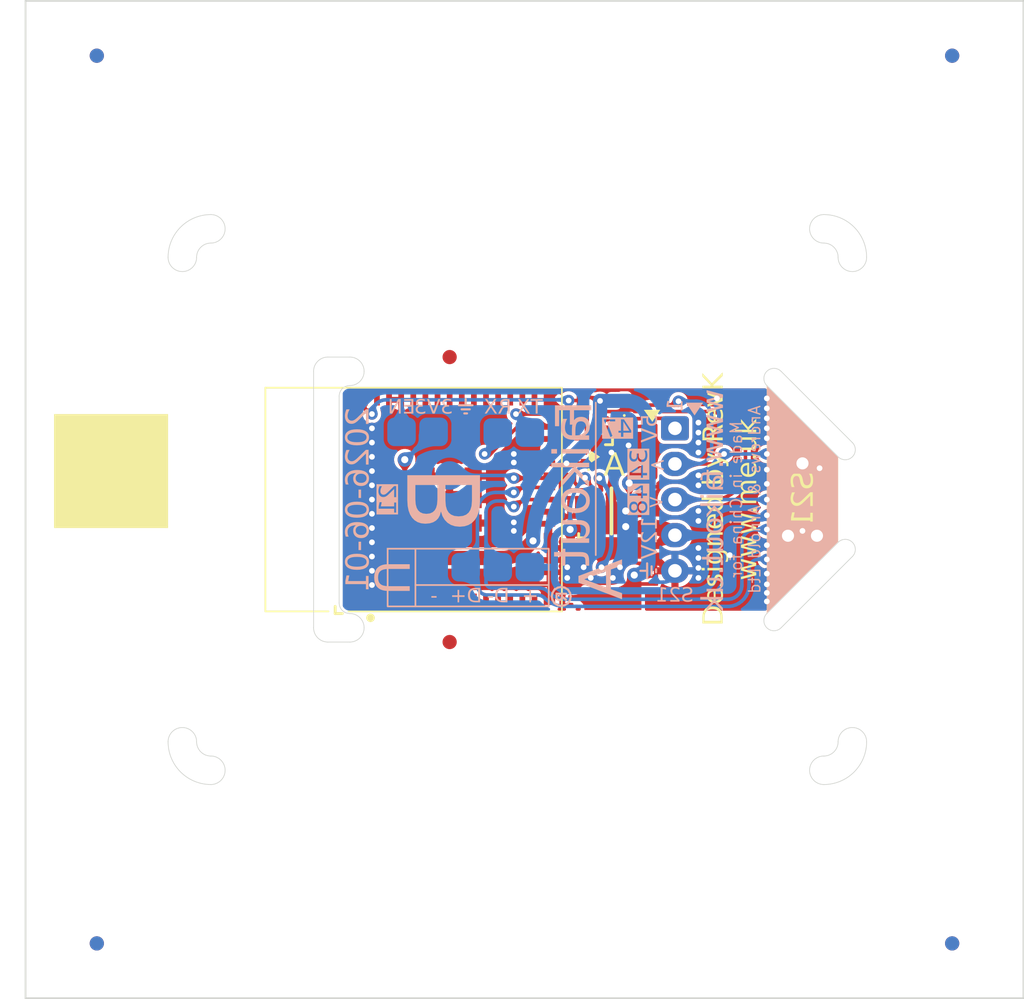
<source format=kicad_pcb>
(kicad_pcb (version 20241229) (generator "pcbnew") (generator_version "9.0")
  (title_block (title "FAIKOUT") (rev "1") (company "Adrian Kennard, Andrews & Arnold Ltd"))
  (layers (0 "F.Cu" signal) (2 "B.Cu" signal) (13 "F.Paste" user) (15 "B.Paste" user) (5 "F.SilkS" user "F.Silkscreen") (7 "B.SilkS" user "B.Silkscreen") (1 "F.Mask" user) (3 "B.Mask" user) (25 "Edge.Cuts" user))
  (net 0 "")
  (net 1 "GND")
  (net 2 "TX")
  (net 3 "RX")
  (net 4 "Net-(D4-K)")
  (net 5 "LED")
  (net 6 "DC")
  (net 7 "RST")
  (net 8 "Net-(J1-Pin_3)")
  (net 17 "+3.3V")
  (net 21 "Net-(J1-Pin_1)")
  (net 33 "D-")
  (net 34 "D+")
  (net 38 "Net-(J3-Pin_2)")
  (net 39 "BST")
  (net 40 "Net-(D4-A)")
  (net 41 "SW")
  (net 42 "FB")
  (net 43 "EN")
  (footprint "RevK:C_0201" (layer "F.Cu") (at 139.25 64.6 90)
    (property "Reference" "C19" (hide yes))
    (property "Value" "18pF")
  )
  (footprint "RevK:R_0201" (layer "F.Cu") (at 138.7 64.6 -90)
    (property "Reference" "R6" (hide yes))
    (property "Value" "150k 1%")
  )
  (footprint "RevK:R_0201" (layer "F.Cu") (at 142.8 59.6 90)
    (property "Reference" "R1" (hide yes))
    (property "Value" "10k")
  )
  (footprint "RevK:C_0201" (layer "F.Cu") (at 143.6 64.1 180)
    (property "Reference" "C5" (hide yes))
    (property "Value" "100nF")
  )
  (footprint "RevK:VCUT70N" (layer "F.Cu") (at 135 83)
    (property "Reference" "V4" (hide yes))
    (property "Value" "~")
  )
  (footprint "RevK:Tag-Connect_TC2030-IDC-NL_2x03_P1.27mm_Vertical" (layer "F.Cu") (at 154.5 65 -90)
    (property "Reference" "J2" (hide yes))
    (property "Value" "TC2030-USB-NL")
  )
  (footprint "RevK:SMD1615-Blind" (layer "F.Cu") (at 139.8 62 180)
    (property "Reference" "D1" (hide yes))
    (property "Value" "XL-1615RGBC-2812B" (hide yes))
  )
  (footprint "RevK:VCUT70N" (layer "F.Cu") (at 112 65 90)
    (property "Reference" "V5" (hide yes))
    (property "Value" "~")
  )
  (footprint "RevK:VCUT70N" (layer "F.Cu") (at 135 47)
    (property "Reference" "V3" (hide yes))
    (property "Value" "~")
  )
  (footprint "RevK:C_0402" (layer "F.Cu") (at 138.25 68.5 -90)
    (property "Reference" "C16" (hide yes))
    (property "Value" "100nF 25V" (hide yes))
  )
  (footprint "RevK:DFN1006-2L" (layer "F.Cu") (at 142.9 58.3 -90)
    (property "Reference" "D3" (hide yes))
    (property "Value" "~")
  )
  (footprint "RevK:R_0201" (layer "F.Cu") (at 139.8 64.6 90)
    (property "Reference" "R5" (hide yes))
    (property "Value" "150k 1%")
  )
  (footprint "RevK:C_0201" (layer "F.Cu") (at 142.08 64.9)
    (property "Reference" "C7" (hide yes))
    (property "Value" "100nF")
  )
  (footprint "RevK:C_0201" (layer "F.Cu") (at 139.070258 58.4)
    (property "Reference" "C6" (hide yes))
    (property "Value" "1uF")
  )
  (footprint "RevK:D_0402" (layer "F.Cu") (at 142 58.3 90)
    (property "Reference" "D4" (hide yes))
    (property "Value" "D")
  )
  (footprint "RevK:SOT-363_SC-70-6" (layer "F.Cu") (at 139.6 60 180)
    (property "Reference" "Q1" (hide yes))
    (property "Value" "BSS138PS")
  )
  (footprint "RevK:C_0201" (layer "F.Cu") (at 138.25 72.1 90)
    (property "Reference" "C2" (hide yes))
    (property "Value" "100nF")
  )
  (footprint "RevK:R_0201" (layer "F.Cu") (at 139.070258 57.8 180)
    (property "Reference" "R3" (hide yes))
    (property "Value" "10K")
  )
  (footprint "RevK:DFN1006-2L" (layer "F.Cu") (at 142 60 90)
    (property "Reference" "D2" (hide yes))
    (property "Value" "~")
  )
  (footprint "Fiducial:Fiducial_1mm_Mask2mm" (layer "F.Cu") (at 129.75 55)
    (property "Reference" "FID2" (hide yes))
    (property "Value" "Fiducial")
  )
  (footprint "RevK:SOT-563" (layer "F.Cu") (at 139.7 66.3875 90)
    (property "Reference" "U1" (hide yes))
    (property "Value" "TPS562246")
  )
  (footprint "RevK:C_0402" (layer "F.Cu") (at 144.3 68.7 -90)
    (property "Reference" "C3" (hide yes))
    (property "Value" "100nF 25V" (hide yes))
  )
  (footprint "RevK:ESP32-S3-MINI-1" (layer "F.Cu") (at 129.75 65 90)
    (property "Reference" "U4" (hide yes))
    (property "Value" "ESP32-S3-MINI-1-N4R2" (hide yes))
  )
  (footprint "RevK:C_0201" (layer "F.Cu") (at 138.15 64.6 90)
    (property "Reference" "C1" (hide yes))
    (property "Value" "100nF")
  )
  (footprint "RevK:VCUT70N" (layer "F.Cu") (at 135 73 180)
    (property "Reference" "V2" (hide yes))
    (property "Value" "~")
  )
  (footprint "RevK:C_0805" (layer "F.Cu") (at 143.6 62.2 90)
    (property "Reference" "C15" (hide yes))
    (property "Value" "47uF 6V3")
  )
  (footprint "RevK:JST_EH_S5B-EH_1x05_P2.50mm_Horizontal" (layer "F.Cu") (at 145.555 60 -90)
    (property "Reference" "J1" (hide yes))
    (property "Value" "1x5")
  )
  (footprint "Fiducial:Fiducial_1mm_Mask2mm" (layer "F.Cu") (at 129.75 75)
    (property "Reference" "FID3" (hide yes))
    (property "Value" "Fiducial")
  )
  (footprint "RevK:R_0201" (layer "F.Cu") (at 138.4 65.6 180)
    (property "Reference" "R8" (hide yes))
    (property "Value" "33k 1%")
  )
  (footprint "RevK:C_0805" (layer "F.Cu") (at 143.6 66 90)
    (property "Reference" "C17" (hide yes))
    (property "Value" "22uF 25V")
  )
  (footprint "RevK:L_5x5" (layer "F.Cu") (at 141.2 70.2 -90)
    (property "Reference" "L1" (hide yes))
    (property "Value" "4.7uH")
  )
  (footprint "RevK:R_0201" (layer "F.Cu") (at 141.1 58.1 90)
    (property "Reference" "R2" (hide yes))
    (property "Value" "10k")
  )
  (footprint "RevK:C_0201" (layer "F.Cu") (at 140.35 64.6 90)
    (property "Reference" "C18" (hide yes))
    (property "Value" "100nF")
  )
  (footprint "RevK:C_0201" (layer "F.Cu") (at 144.2 70.65 -90)
    (property "Reference" "C4" (hide yes))
    (property "Value" "100nF")
  )
  (footprint "RevK:PCB7070" (layer "F.Cu") (at 135 65)
    (property "Reference" "PCB1" (hide yes))
    (property "Value" "70x70" (hide yes))
    (fp_line (start -35 -35) (end 35 -35) (stroke (width 0.12)) (layer "Edge.Cuts"))
    (fp_line (start -35 35) (end -35 -35) (stroke (width 0.12)) (layer "Edge.Cuts"))
    (fp_line (start 35 -35) (end 35 35) (stroke (width 0.12)) (layer "Edge.Cuts"))
    (fp_line (start 35 35) (end -35 35) (stroke (width 0.12)) (layer "Edge.Cuts"))
  )
  (footprint "RevK:PAD-2mm" (layer "B.Cu") (at 135.375 60.3)
    (property "Reference" "TP10" (hide yes))
    (property "Value" "TestPoint")
  )
  (footprint "RevK:PAD-2mm" (layer "B.Cu") (at 130.875 60.25)
    (property "Reference" "TP8" (hide yes))
    (property "Value" "TestPoint")
  )
  (footprint "RevK:PAD-2mm" (layer "B.Cu") (at 133.125 69.75)
    (property "Reference" "TP2" (hide yes))
    (property "Value" "TestPoint")
  )
  (footprint "RevK:PAD-2mm" (layer "B.Cu") (at 130.875 69.75)
    (property "Reference" "TP3" (hide yes))
    (property "Value" "TestPoint")
  )
  (footprint "RevK:PAD-2mm" (layer "B.Cu") (at 128.625 69.75)
    (property "Reference" "TP4" (hide yes))
    (property "Value" "TestPoint")
  )
  (footprint "RevK:PAD-2mm" (layer "B.Cu") (at 126.375 60.25)
    (property "Reference" "TP6" (hide yes))
    (property "Value" "TestPoint")
  )
  (footprint "RevK:PAD-2mm" (layer "B.Cu") (at 135.375 69.75)
    (property "Reference" "TP7" (hide yes))
    (property "Value" "TestPoint")
  )
  (footprint "RevK:VCUT70N" (layer "B.Cu") (at 135 57 180)
    (property "Reference" "V1" (hide yes))
    (property "Value" "~")
  )
  (footprint "RevK:PAD-2mm" (layer "B.Cu") (at 128.625 60.25)
    (property "Reference" "TP5" (hide yes))
    (property "Value" "TestPoint")
  )
  (footprint "RevK:VCUT70N" (layer "B.Cu") (at 157 65 90)
    (property "Reference" "V6" (hide yes))
    (property "Value" "~")
  )
  (footprint "RevK:PAD-2mm" (layer "B.Cu") (at 133.125 60.3)
    (property "Reference" "TP9" (hide yes))
    (property "Value" "TestPoint")
  )
  (footprint "RevK:AA-Pad" (layer "B.Cu") (at 129.75 65 -90)
    (property "Reference" "J3" (hide yes))
    (property "Value" "Reset")
  )
  (gr_circle (center 139.5 62.9) (end 139.5 63) (fill yes) (layer "F.SilkS"))
  (gr_line (start 141.1 67.4) (end 141.1 64.2) (stroke (width 0.25)) (layer "F.SilkS"))
  (gr_rect (start 102 59) (end 110 67) (fill yes) (layer "F.SilkS"))
  (gr_circle (center 124.2 73.3) (end 124.5 73.3) (fill yes) (layer "F.SilkS"))
  (gr_poly (pts (xy 143.371112 58.700549) (xy 144.526112 58.700549) (xy 143.971112 59.550549)) (fill yes) (layer "F.SilkS"))
  (gr_poly (pts (xy 147.53 58.2) (xy 146.33 58.2) (xy 146.93 59.1)) (fill yes) (layer "B.SilkS"))
  (gr_line (start 127.35 71) (end 136.65 71) (stroke (width 0.12)) (layer "B.SilkS"))
  (gr_line (start 127.35 68.5) (end 127.35 72.5) (stroke (width 0.12)) (layer "B.SilkS"))
  (gr_rect (start 125.4 68.45) (end 136.7 72.5) (stroke (width 0.12)) (fill no) (layer "B.SilkS"))
  (gr_line (start 140 58.2) (end 140 68.9) (stroke (width 0.12)) (layer "B.SilkS"))
  (gr_arc (start 113 83) (mid 114 84) (end 113 85) (stroke (width 0.05)) (layer "Edge.Cuts"))
  (gr_arc (start 123.75 74) (mid 123.457107 74.707107) (end 122.75 75) (stroke (width 0.05)) (layer "Edge.Cuts"))
  (gr_arc (start 159 82) (mid 158.12132 84.12132) (end 156 85) (stroke (width 0.05)) (layer "Edge.Cuts"))
  (gr_arc (start 156 85) (mid 155 84) (end 156 83) (stroke (width 0.05)) (layer "Edge.Cuts"))
  (gr_line (start 152 73) (end 157 68) (stroke (width 0.05)) (layer "Edge.Cuts"))
  (gr_arc (start 113 45) (mid 114 46) (end 113 47) (stroke (width 0.05)) (layer "Edge.Cuts"))
  (gr_arc (start 157 68) (mid 157.999998 68) (end 157.999998 68.999998) (stroke (width 0.05)) (layer "Edge.Cuts"))
  (gr_line (start 152.999998 56.000002) (end 157.999998 61.000002) (stroke (width 0.05)) (layer "Edge.Cuts"))
  (gr_arc (start 156 47) (mid 156.707107 47.292893) (end 157 48) (stroke (width 0.05)) (layer "Edge.Cuts"))
  (gr_arc (start 159 48) (mid 158 49) (end 157 48) (stroke (width 0.05)) (layer "Edge.Cuts"))
  (gr_arc (start 152.999998 73.999998) (mid 152 73.999998) (end 152 73) (stroke (width 0.05)) (layer "Edge.Cuts"))
  (gr_arc (start 122.75 73) (mid 122.21967 72.78033) (end 122 72.25) (stroke (width 0.05)) (layer "Edge.Cuts"))
  (gr_arc (start 156 45) (mid 158.12132 45.87868) (end 159 48) (stroke (width 0.05)) (layer "Edge.Cuts"))
  (gr_arc (start 110 48) (mid 110.87868 45.87868) (end 113 45) (stroke (width 0.05)) (layer "Edge.Cuts"))
  (gr_arc (start 112 48) (mid 112.292893 47.292893) (end 113 47) (stroke (width 0.05)) (layer "Edge.Cuts"))
  (gr_line (start 120.207107 56) (end 120.207107 74) (stroke (width 0.05)) (layer "Edge.Cuts"))
  (gr_arc (start 110 82) (mid 111 81) (end 112 82) (stroke (width 0.05)) (layer "Edge.Cuts"))
  (gr_arc (start 113 83) (mid 112.292893 82.707107) (end 112 82) (stroke (width 0.05)) (layer "Edge.Cuts"))
  (gr_line (start 152.999998 73.999998) (end 157.999998 68.999998) (stroke (width 0.05)) (layer "Edge.Cuts"))
  (gr_line (start 122.75 75) (end 121.2071 75) (stroke (width 0.05)) (layer "Edge.Cuts"))
  (gr_arc (start 121.207107 75) (mid 120.5 74.707107) (end 120.207107 74) (stroke (width 0.05)) (layer "Edge.Cuts"))
  (gr_arc (start 112 48) (mid 111 49) (end 110 48) (stroke (width 0.05)) (layer "Edge.Cuts"))
  (gr_arc (start 157 82) (mid 156.707107 82.707107) (end 156 83) (stroke (width 0.05)) (layer "Edge.Cuts"))
  (gr_arc (start 122.75 55) (mid 123.457107 55.292893) (end 123.75 56) (stroke (width 0.05)) (layer "Edge.Cuts"))
  (gr_arc (start 157 82) (mid 158 81) (end 159 82) (stroke (width 0.05)) (layer "Edge.Cuts"))
  (gr_arc (start 152 57) (mid 152 56.000002) (end 152.999998 56.000002) (stroke (width 0.05)) (layer "Edge.Cuts"))
  (gr_arc (start 157.999998 61.000002) (mid 157.999998 62) (end 157 62) (stroke (width 0.05)) (layer "Edge.Cuts"))
  (gr_line (start 152 57) (end 157 62) (stroke (width 0.05)) (layer "Edge.Cuts"))
  (gr_arc (start 122 57.75) (mid 122.21967 57.21967) (end 122.75 57) (stroke (width 0.05)) (layer "Edge.Cuts"))
  (gr_arc (start 113 85) (mid 110.87868 84.12132) (end 110 82) (stroke (width 0.05)) (layer "Edge.Cuts"))
  (gr_arc (start 120.207107 56) (mid 120.5 55.292894) (end 121.207107 55) (stroke (width 0.05)) (layer "Edge.Cuts"))
  (gr_arc (start 156 47) (mid 155 46) (end 156 45) (stroke (width 0.05)) (layer "Edge.Cuts"))
  (gr_arc (start 123.75 56) (mid 123.457107 56.707107) (end 122.75 57) (stroke (width 0.05)) (layer "Edge.Cuts"))
  (gr_arc (start 122.75 73) (mid 123.457107 73.292893) (end 123.75 74) (stroke (width 0.05)) (layer "Edge.Cuts"))
  (gr_line (start 121.207107 55.000008) (end 122.75 55) (stroke (width 0.05)) (layer "Edge.Cuts"))
  (gr_line (start 122 57.75) (end 122 72.25) (stroke (width 0.05)) (layer "Edge.Cuts"))
  (gr_text "3" (at 153.3 65 90) (layer "F.SilkS" knockout) (effects (font (size 1.1 1.1))))
  (gr_text "Designed by RevK\nwww.me.uk" (at 149.5 65 90) (layer "F.SilkS") (effects (font (size 1.4 1.4))))
  (gr_text "1" (at 153.33 60 90) (layer "F.SilkS" knockout) (effects (font (size 1.1 1.1))))
  (gr_text "5" (at 153.33 70 90) (layer "F.SilkS" knockout) (effects (font (size 1.1 1.1))))
  (gr_text "A" (at 140.534282 63.585814 0) (layer "F.SilkS") (effects (font (size 1.6 1.6)) (justify left bottom)))
  (gr_text "F" (at 138.65 59.05 90) (layer "B.SilkS") (effects (font (size 2.5 2.5)) (justify mirror)))
  (gr_text "D-" (at 133.15 71.8 0) (layer "B.SilkS") (effects (font (size 1 1) (thickness 0.1)) (justify mirror)))
  (gr_text "®" (at 137.6 71.8 90) (layer "B.SilkS") (effects (font (size 1 1)) (justify mirror)))
  (gr_text "D+" (at 130.9 71.8 0) (layer "B.SilkS") (effects (font (size 1 1) (thickness 0.1)) (justify mirror)))
  (gr_text "${CURRENT_DATE}" (at 123.4 65 90) (layer "B.SilkS") (effects (font (size 1.6 1.6)) (justify mirror)))
  (gr_text "1" (at 145.63 58.4 90) (layer "B.SilkS") (effects (font (size 1.1 1.1) (thickness 0.1)) (justify mirror)))
  (gr_text "EN" (at 126.375 58.55 0) (layer "B.SilkS") (effects (font (size 1 1) (thickness 0.1)) (justify mirror)))
  (gr_text ">" (at 144.33 62.6 0) (layer "B.SilkS") (effects (font (size 1 1)) (justify mirror)))
  (gr_text "Made in China for\nAndrews & Arnold Ltd" (at 150.5 65 90) (layer "B.SilkS") (effects (font (size 0.8 0.8) (thickness 0.1)) (justify mirror)))
  (gr_text "U" (at 125.5 70.475 270) (layer "B.SilkS") (effects (font (size 2.4 2.4)) (justify mirror)))
  (gr_text "RX" (at 133.125 58.55 0) (layer "B.SilkS") (effects (font (size 1 1) (thickness 0.1)) (justify mirror)))
  (gr_text "A" (at 140.6 70.6 90) (layer "B.SilkS") (effects (font (size 3 3)) (justify mirror)))
  (gr_text "TX" (at 135.375 58.55 0) (layer "B.SilkS") (effects (font (size 1 1) (thickness 0.1)) (justify mirror)))
  (gr_text "48" (at 143.1 65 90) (layer "B.SilkS" knockout) (effects (font (size 1.2 1.2) (thickness 0.1)) (justify mirror)))
  (gr_text "S21" (at 154.6 65 90) (layer "B.SilkS" knockout) (effects (font (size 1.5 1.5)) (justify mirror)))
  (gr_text "aikout.uk" (at 148.3 63.2 90) (layer "B.SilkS") (effects (font (size 1.5 1.5)) (justify left mirror)))
  (gr_text "S21" (at 145.53 71.75 0) (layer "B.SilkS") (effects (font (size 1 1)) (justify mirror)))
  (gr_text "3V3" (at 128.625 58.55 0) (layer "B.SilkS") (effects (font (size 1 1) (thickness 0.1)) (justify mirror)))
  (gr_text "5V" (at 143.83 60 90) (layer "B.SilkS") (effects (font (size 1.1 1.1) (thickness 0.1)) (justify mirror)))
  (gr_text "⏚" (at 130.875 58.5 0) (layer "B.SilkS") (effects (font (size 1 1)) (justify mirror)))
  (gr_text "12V" (at 143.83 67.7 90) (layer "B.SilkS") (effects (font (size 1.1 1.1) (thickness 0.1)) (justify mirror)))
  (gr_text " aikout" (at 138.5 63.8 90) (layer "B.SilkS") (effects (font (size 2.5 2.5)) (justify mirror)))
  (gr_text "47" (at 141.5 60.1 0) (layer "B.SilkS" knockout) (effects (font (size 1.2 1.2) (thickness 0.1)) (justify mirror)))
  (gr_text "www.f" (at 148.3 63.6 90) (layer "B.SilkS") (effects (font (size 1.5 1.5)) (justify right mirror)))
  (gr_text "21" (at 125.5 65 90) (layer "B.SilkS" knockout) (effects (font (size 1.2 1.2) (thickness 0.1)) (justify mirror)))
  (gr_text "-" (at 128.65 71.8 0) (layer "B.SilkS") (effects (font (size 1 1)) (justify mirror)))
  (gr_text "+" (at 135.4 71.8 0) (layer "B.SilkS") (effects (font (size 1 1) (thickness 0.1)) (justify mirror)))
  (gr_text "34" (at 143.1 62.5 90) (layer "B.SilkS" knockout) (effects (font (size 1.2 1.2) (thickness 0.1)) (justify mirror)))
  (gr_text "<" (at 144.23 65.2 0) (layer "B.SilkS") (effects (font (size 1 1)) (justify mirror)))
  (gr_text "⏚" (at 143.73 70 90) (layer "B.SilkS") (effects (font (size 1.1 1.1)) (justify mirror)))
  (segment (start 145.1 70) (end 144.3 69.2) (width 0.5) (layer "F.Cu") (net 1))
  (segment (start 136.83 72) (end 136.83 70.95) (width 0.5) (layer "F.Cu") (net 1))
  (segment (start 138.356322 72.481322) (end 138.365142 72.489315) (width 0.25) (layer "F.Cu") (net 1))
  (segment (start 138.25 72.375) (end 138.356322 72.481322) (width 0.25) (layer "F.Cu") (net 1))
  (segment (start 138.365142 72.489315) (end 138.38854 72.499) (width 0.25) (layer "F.Cu") (net 1))
  (segment (start 140.538294 66.940501) (end 142.059499 66.940501) (width 1) (layer "F.Cu") (net 1))
  (segment (start 137.353553 61) (end 137.4 61) (width 0.25) (layer "F.Cu") (net 1))
  (segment (start 142.059499 66.940501) (end 142.1 66.9) (width 1) (layer "F.Cu") (net 1))
  (segment (start 137.324 57.476) (end 137.6 57.476) (width 0.2) (layer "F.Cu") (net 1))
  (segment (start 136.83 57.97) (end 137.324 57.476) (width 0.2) (layer "F.Cu") (net 1))
  (segment (start 138.38854 72.499) (end 138.7 72.499) (width 0.25) (layer "F.Cu") (net 1))
  (via (at 124.3 66) (size 0.8) (drill 0.4) (layers "F.Cu" "B.Cu") (net 1))
  (via (at 141.1 61.7) (size 0.8) (drill 0.4) (layers "F.Cu" "B.Cu") (net 1))
  (via (at 147.2 70.5) (size 0.8) (drill 0.4) (layers "F.Cu" "B.Cu") (net 1))
  (via (at 124.3 61) (size 0.8) (drill 0.4) (layers "F.Cu" "B.Cu") (net 1))
  (via (at 147.2 68.4) (size 0.8) (drill 0.4) (layers "F.Cu" "B.Cu") (net 1))
  (via (at 152 71.55) (size 0.8) (drill 0.4) (layers "F.Cu" "B.Cu") (net 1))
  (via (at 152 70.95) (size 0.8) (drill 0.4) (layers "F.Cu" "B.Cu") (net 1))
  (via (at 152 59.3) (size 0.8) (drill 0.4) (layers "F.Cu" "B.Cu") (net 1))
  (via (at 141.7 69.75) (size 0.8) (drill 0.4) (layers "F.Cu" "B.Cu") (net 1))
  (via (at 138 69.75) (size 0.8) (drill 0.4) (layers "F.Cu" "B.Cu") (net 1))
  (via (at 139.15 69.75) (size 0.8) (drill 0.4) (layers "F.Cu" "B.Cu") (net 1))
  (via (at 124.3 67) (size 0.8) (drill 0.4) (layers "F.Cu" "B.Cu") (net 1))
  (via (at 152 62.9) (size 0.8) (drill 0.4) (layers "F.Cu" "B.Cu") (net 1))
  (via (at 147.2 69.1) (size 0.8) (drill 0.4) (layers "F.Cu" "B.Cu") (net 1))
  (via (at 134.25 67.2) (size 0.8) (drill 0.4) (layers "F.Cu" "B.Cu") (net 1))
  (via (at 147.2 59.6) (size 0.8) (drill 0.4) (layers "F.Cu" "B.Cu") (net 1))
  (via (at 142.1 66.9) (size 1) (drill 0.5) (layers "F.Cu" "B.Cu") (net 1))
  (via (at 152 63.9) (size 0.8) (drill 0.4) (layers "F.Cu" "B.Cu") (net 1))
  (via (at 139.65 70.5) (size 0.8) (drill 0.4) (layers "F.Cu" "B.Cu") (net 1))
  (via (at 152 70.2) (size 0.8) (drill 0.4) (layers "F.Cu" "B.Cu") (net 1))
  (via (at 147.2 64) (size 0.8) (drill 0.4) (layers "F.Cu" "B.Cu") (net 1))
  (via (at 152 60.7) (size 0.8) (drill 0.4) (layers "F.Cu" "B.Cu") (net 1))
  (via (at 147.2 61.7) (size 0.8) (drill 0.4) (layers "F.Cu" "B.Cu") (net 1))
  (via (at 147.2 66.5) (size 0.8) (drill 0.4) (layers "F.Cu" "B.Cu") (net 1))
  (via (at 124.3 68) (size 0.8) (drill 0.4) (layers "F.Cu" "B.Cu") (net 1))
  (via (at 134.25 62.4) (size 0.8) (drill 0.4) (layers "F.Cu" "B.Cu") (net 1))
  (via (at 152 60) (size 0.8) (drill 0.4) (layers "F.Cu" "B.Cu") (net 1))
  (via (at 147.2 60.3) (size 0.8) (drill 0.4) (layers "F.Cu" "B.Cu") (net 1))
  (via (at 149.4 68.9) (size 0.8) (drill 0.4) (layers "F.Cu" "B.Cu") (net 1))
  (via (at 147.2 69.8) (size 0.8) (drill 0.4) (layers "F.Cu" "B.Cu") (net 1))
  (via (at 124.3 71) (size 0.8) (drill 0.4) (layers "F.Cu" "B.Cu") (net 1))
  (via (at 124.3 63) (size 0.8) (drill 0.4) (layers "F.Cu" "B.Cu") (net 1))
  (via (at 141.2 70.5) (size 0.8) (drill 0.4) (layers "F.Cu" "B.Cu") (net 1))
  (via (at 147.2 63.3) (size 0.8) (drill 0.4) (layers "F.Cu" "B.Cu") (net 1))
  (via (at 124.3 70) (size 0.8) (drill 0.4) (layers "F.Cu" "B.Cu") (net 1))
  (via (at 152 58.6) (size 0.8) (drill 0.4) (layers "F.Cu" "B.Cu") (net 1))
  (via (at 152 57.9) (size 0.8) (drill 0.4) (layers "F.Cu" "B.Cu") (net 1))
  (via (at 147.2 65.8) (size 0.8) (drill 0.4) (layers "F.Cu" "B.Cu") (net 1))
  (via (at 124.3 65) (size 0.8) (drill 0.4) (layers "F.Cu" "B.Cu") (net 1))
  (via (at 142.3 61.2) (size 0.8) (drill 0.4) (layers "F.Cu" "B.Cu") (net 1))
  (via (at 124.3 60) (size 0.8) (drill 0.4) (layers "F.Cu" "B.Cu") (net 1))
  (via (at 134.25 61.8) (size 0.8) (drill 0.4) (layers "F.Cu" "B.Cu") (net 1))
  (via (at 147.2 61) (size 0.8) (drill 0.4) (layers "F.Cu" "B.Cu") (net 1))
  (via (at 138 70.5) (size 0.8) (drill 0.4) (layers "F.Cu" "B.Cu") (net 1))
  (via (at 124.3 69) (size 0.8) (drill 0.4) (layers "F.Cu" "B.Cu") (net 1))
  (via (at 124.3 62) (size 0.8) (drill 0.4) (layers "F.Cu" "B.Cu") (net 1))
  (via (at 134.25 66.6) (size 0.8) (drill 0.4) (layers "F.Cu" "B.Cu") (net 1))
  (via (at 142.1 65.8) (size 1) (drill 0.5) (layers "F.Cu" "B.Cu") (net 1))
  (via (at 148.5 57.9) (size 0.8) (drill 0.4) (layers "F.Cu" "B.Cu") (net 1))
  (via (at 124.3 64) (size 0.8) (drill 0.4) (layers "F.Cu" "B.Cu") (net 1))
  (via (at 152 68.2) (size 0.8) (drill 0.4) (layers "F.Cu" "B.Cu") (net 1))
  (via (at 152 72.15) (size 0.8) (drill 0.4) (layers "F.Cu" "B.Cu") (net 1))
  (arc (start 136.75 60.75) (mid 137.026912 60.935027) (end 137.353553 61) (width 0.25) (layer "F.Cu") (net 1))
  (segment (start 144.755 70.8) (end 144.2 70.8) (width 0.25) (layer "B.Cu") (net 1))
  (arc (start 145.555 70) (mid 145.320685 70.565685) (end 144.755 70.8) (width 0.25) (layer "B.Cu") (net 1))
  (segment (start 137.506179 59.293821) (end 138.056179 59.843821) (width 0.25) (layer "F.Cu") (net 2))
  (segment (start 134.4 59) (end 136.629289 59) (width 0.25) (layer "F.Cu") (net 2))
  (segment (start 138.65 60) (end 138.433228 60) (width 0.25) (layer "F.Cu") (net 2))
  (via (at 134.4 59) (size 0.8) (drill 0.4) (layers "F.Cu" "B.Cu") (net 2))
  (arc (start 138.433228 60) (mid 138.22917 59.95941) (end 138.056179 59.843821) (width 0.25) (layer "F.Cu") (net 2))
  (arc (start 136.917543 59.05) (mid 137.236111 59.113367) (end 137.506179 59.293821) (width 0.25) (layer "F.Cu") (net 2))
  (segment (start 135.14519 59.745191) (end 134.4 59) (width 0.25) (layer "B.Cu") (net 2))
  (segment (start 136.323224 59.723223) (end 136.25 59.65) (width 0.25) (layer "F.Cu") (net 3))
  (segment (start 138.65 60.65) (end 138.132843 60.65) (width 0.25) (layer "F.Cu") (net 3))
  (segment (start 133 61.4) (end 132.741422 61.658579) (width 0.25) (layer "F.Cu") (net 3))
  (segment (start 132.4 61.8) (end 132.2 61.8) (width 0.25) (layer "F.Cu") (net 3))
  (segment (start 135.887868 59.5) (end 135.182843 59.5) (width 0.25) (layer "F.Cu") (net 3))
  (segment (start 134.7 59.7) (end 133 61.4) (width 0.25) (layer "F.Cu") (net 3))
  (segment (start 137.17071 59.970711) (end 137.65 60.45) (width 0.25) (layer "F.Cu") (net 3))
  (via (at 132.2 61.8) (size 0.8) (drill 0.4) (layers "F.Cu" "B.Cu") (net 3))
  (arc (start 137 59.9) (mid 137.092388 59.918377) (end 137.17071 59.970711) (width 0.25) (layer "F.Cu") (net 3))
  (arc (start 138.132843 60.65) (mid 137.87153 60.598022) (end 137.65 60.45) (width 0.25) (layer "F.Cu") (net 3))
  (arc (start 136.25 59.65) (mid 136.083852 59.538984) (end 135.887868 59.5) (width 0.25) (layer "F.Cu") (net 3))
  (arc (start 132.741422 61.658579) (mid 132.584776 61.763246) (end 132.4 61.8) (width 0.25) (layer "F.Cu") (net 3))
  (arc (start 136.75 59.9) (mid 136.51903 59.854057) (end 136.323224 59.723223) (width 0.25) (layer "F.Cu") (net 3))
  (arc (start 135.182843 59.5) (mid 134.92153 59.551978) (end 134.7 59.7) (width 0.25) (layer "F.Cu") (net 3))
  (segment (start 132.718414 61.281587) (end 132.2 61.8) (width 0.25) (layer "B.Cu") (net 3))
  (arc (start 133.125 60.3) (mid 133.019332 60.831231) (end 132.718414 61.281587) (width 0.25) (layer "B.Cu") (net 3))
  (segment (start 142.9 58.7) (end 142 58.7) (width 0.25) (layer "F.Cu") (net 4))
  (segment (start 145.555 62.5) (end 148.3 62.5) (width 0.25) (layer "F.Cu") (net 4))
  (segment (start 145.8 58.099) (end 145.526 58.373) (width 0.25) (layer "F.Cu") (net 4))
  (segment (start 145.526 58.373) (end 143.848025 58.373) (width 0.25) (layer "F.Cu") (net 4))
  (segment (start 140.199 60) (end 140.55 60) (width 0.25) (layer "F.Cu") (net 4))
  (segment (start 139.899 59.1) (end 139.899 59.7) (width 0.25) (layer "F.Cu") (net 4))
  (segment (start 141.876 58.824) (end 140.175 58.824) (width 0.25) (layer "F.Cu") (net 4))
  (segment (start 154.926403 66.773596) (end 154.5 67.2) (width 0.25) (layer "F.Cu") (net 4))
  (via (at 145.8 58.099) (size 0.8) (drill 0.4) (layers "F.Cu" "B.Cu") (net 4))
  (via (at 152 61.8) (size 0.8) (drill 0.4) (layers "F.Cu" "B.Cu") (net 4))
  (via (at 154.5 67.2) (size 0.8) (drill 0.4) (layers "F.Cu" "B.Cu") (net 4))
  (via (at 149 61.8) (size 0.8) (drill 0.4) (layers "F.Cu" "B.Cu") (net 4))
  (arc (start 143.848025 58.373) (mid 143.551436 58.431995) (end 143.299999 58.6) (width 0.25) (layer "F.Cu") (net 4))
  (arc (start 139.899 59.7) (mid 139.986868 59.912132) (end 140.199 60) (width 0.25) (layer "F.Cu") (net 4))
  (arc (start 140.175 58.824) (mid 139.979839 58.904839) (end 139.899 59.1) (width 0.25) (layer "F.Cu") (net 4))
  (arc (start 148.3 62.5) (mid 148.794975 62.294975) (end 149 61.8) (width 0.25) (layer "F.Cu") (net 4))
  (arc (start 143.299999 58.6) (mid 143.189234 58.67401) (end 143.058578 58.7) (width 0.25) (layer "F.Cu") (net 4))
  (arc (start 155.135 66.27) (mid 155.080788 66.542544) (end 154.926403 66.773596) (width 0.25) (layer "F.Cu") (net 4))
  (segment (start 156.5 64.068629) (end 156.5 62.884) (width 0.25) (layer "B.Cu") (net 4))
  (segment (start 152.016 61.784) (end 152 61.8) (width 0.25) (layer "B.Cu") (net 4))
  (segment (start 145.8 58.099) (end 147.029 58.099) (width 0.25) (layer "B.Cu") (net 4))
  (segment (start 155.4 61.784) (end 152.016 61.784) (width 0.25) (layer "B.Cu") (net 4))
  (segment (start 145.555 62.5) (end 147.08 62.5) (width 0.25) (layer "B.Cu") (net 4))
  (segment (start 148.13 61.45) (end 148.13 59.2) (width 0.25) (layer "B.Cu") (net 4))
  (segment (start 154.5 67.2) (end 155.7 66) (width 0.25) (layer "B.Cu") (net 4))
  (segment (start 149 61.8) (end 152 61.8) (width 0.25) (layer "B.Cu") (net 4))
  (arc (start 155.7 66) (mid 156.292087 65.113879) (end 156.5 64.068629) (width 0.25) (layer "B.Cu") (net 4))
  (arc (start 156.5 62.884) (mid 156.177817 62.106183) (end 155.4 61.784) (width 0.25) (layer "B.Cu") (net 4))
  (arc (start 147.08 62.5) (mid 147.822462 62.192462) (end 148.13 61.45) (width 0.25) (layer "B.Cu") (net 4))
  (arc (start 147.029 58.099) (mid 147.807525 58.421475) (end 148.13 59.2) (width 0.25) (layer "B.Cu") (net 4))
  (segment (start 136.75 61.6) (end 138.993934 61.6) (width 0.25) (layer "F.Cu") (net 5))
  (arc (start 138.993934 61.6) (mid 139.091926 61.580508) (end 139.175 61.525) (width 0.25) (layer "F.Cu") (net 5))
  (segment (start 139.278917 63.615197) (end 139.306545 63.669421) (width 0.25) (layer "F.Cu") (net 6))
  (segment (start 139.250595 63.49721) (end 139.260113 63.557318) (width 0.25) (layer "F.Cu") (net 6))
  (segment (start 152 66.1) (end 152.8 65.3) (width 0.35) (layer "F.Cu") (net 6))
  (segment (start 143.612556 66.937909) (end 144.197992 66.937909) (width 1) (layer "F.Cu") (net 6))
  (segment (start 139.306545 63.669421) (end 139.342315 63.718655) (width 0.25) (layer "F.Cu") (net 6))
  (segment (start 138.25 68) (end 138.25 67.220711) (width 0.5) (layer "F.Cu") (net 6))
  (segment (start 145 67.5) (end 144.3 68.2) (width 0.5) (layer "F.Cu") (net 6))
  (segment (start 139.342315 63.718655) (end 139.363436 63.740566) (width 0.25) (layer "F.Cu") (net 6))
  (segment (start 139.260113 63.557318) (end 139.278917 63.615197) (width 0.25) (layer "F.Cu") (net 6))
  (segment (start 138.2 67.1) (end 138.7 67.1) (width 1) (layer "F.Cu") (net 6))
  (segment (start 139.250031 63.466782) (end 139.250595 63.49721) (width 0.25) (layer "F.Cu") (net 6))
  (segment (start 143.6 66.9375) (end 143.612556 66.937909) (width 1) (layer "F.Cu") (net 6))
  (segment (start 153.157089 64.437911) (end 153.865 63.73) (width 0.35) (layer "F.Cu") (net 6))
  (segment (start 139.363436 63.740566) (end 139.69544 64.07257) (width 0.25) (layer "F.Cu") (net 6))
  (via (at 152 66.1) (size 0.8) (drill 0.4) (layers "F.Cu" "B.Cu") (net 6))
  (via (at 139.24934 63.466061) (size 0.8) (drill 0.4) (layers "F.Cu" "B.Cu") (net 6))
  (via (at 138.2 67.1) (size 1) (drill 0.5) (layers "F.Cu" "B.Cu") (net 6))
  (arc (start 138.25 67.220711) (mid 138.237006 67.155382) (end 138.2 67.1) (width 0.5) (layer "F.Cu") (net 6))
  (arc (start 139.69544 64.07257) (mid 139.772826 64.188386) (end 139.8 64.325) (width 0.25) (layer "F.Cu") (net 6))
  (arc (start 144.197992 66.937909) (mid 144.932399 67.083992) (end 145.555 67.5) (width 1) (layer "F.Cu") (net 6))
  (arc (start 152.9 65.058579) (mid 152.966815 64.722676) (end 153.157089 64.437911) (width 0.35) (layer "F.Cu") (net 6))
  (arc (start 152.8 65.3) (mid 152.874011 65.189235) (end 152.9 65.058579) (width 0.35) (layer "F.Cu") (net 6))
  (segment (start 137.9 67.1) (end 138.2 67.1) (width 0.5) (layer "B.Cu") (net 6))
  (segment (start 147 71.4) (end 138 71.4) (width 0.5) (layer "B.Cu") (net 6))
  (segment (start 137.1 70.5) (end 137.1 69.8) (width 0.5) (layer "B.Cu") (net 6))
  (segment (start 136.979832 69.75) (end 135.375 69.75) (width 0.5) (layer "B.Cu") (net 6))
  (segment (start 138.2 65.913928) (end 138.2 67.1) (width 0.25) (layer "B.Cu") (net 6))
  (segment (start 148.452056 67.5) (end 148.452056 69.947944) (width 0.5) (layer "B.Cu") (net 6))
  (segment (start 149.652056 66.3) (end 151.517157 66.3) (width 0.5) (layer "B.Cu") (net 6))
  (segment (start 137.1 69.8) (end 137.1 67.9) (width 0.5) (layer "B.Cu") (net 6))
  (segment (start 139.187909 63.528903) (end 139.250031 63.466782) (width 0.25) (layer "B.Cu") (net 6))
  (segment (start 145.555 67.5) (end 148.452056 67.5) (width 0.5) (layer "B.Cu") (net 6))
  (arc (start 151.517157 66.3) (mid 151.77847 66.248022) (end 152 66.1) (width 0.5) (layer "B.Cu") (net 6))
  (arc (start 148.452056 69.947944) (mid 148.026759 70.974703) (end 147 71.4) (width 0.5) (layer "B.Cu") (net 6))
  (arc (start 138 71.4) (mid 137.363604 71.136396) (end 137.1 70.5) (width 0.5) (layer "B.Cu") (net 6))
  (arc (start 138.2 65.913928) (mid 138.456749 64.623162) (end 139.187909 63.528903) (width 0.25) (layer "B.Cu") (net 6))
  (arc (start 137.1 67.9) (mid 137.334315 67.334315) (end 137.9 67.1) (width 0.5) (layer "B.Cu") (net 6))
  (arc (start 136.980216 69.750384) (mid 137.045043 69.763279) (end 137.1 69.8) (width 0.5) (layer "B.Cu") (net 6))
  (arc (start 148.452056 67.5) (mid 148.803528 66.651472) (end 149.652056 66.3) (width 0.5) (layer "B.Cu") (net 6))
  (segment (start 138.795258 58.1) (end 138.795258 58.4) (width 0.25) (layer "F.Cu") (net 7))
  (segment (start 123.8 58) (end 123.8 58.5) (width 0.25) (layer "F.Cu") (net 7))
  (segment (start 138.099 58.05) (end 138.674547 58.05) (width 0.25) (layer "F.Cu") (net 7))
  (segment (start 124.238909 58.938908) (end 124.3 59) (width 0.25) (layer "F.Cu") (net 7))
  (segment (start 138.795258 57.8) (end 138.795258 58.1) (width 0.25) (layer "F.Cu") (net 7))
  (via (at 138.099 58.05) (size 0.8) (drill 0.4) (layers "F.Cu" "B.Cu") (net 7))
  (via (at 124.3 59) (size 0.8) (drill 0.4) (layers "F.Cu" "B.Cu") (net 7))
  (arc (start 123.8 58.5) (mid 123.946447 58.853553) (end 124.3 59) (width 0.25) (layer "F.Cu") (net 7))
  (arc (start 138.674547 58.05) (mid 138.739875 58.062995) (end 138.795258 58.1) (width 0.25) (layer "F.Cu") (net 7))
  (segment (start 127.4 58) (end 125.3 58) (width 0.25) (layer "B.Cu") (net 7))
  (segment (start 127.4 58) (end 137.1 58) (width 0.25) (layer "B.Cu") (net 7))
  (segment (start 126.414214 58) (end 127.4 58) (width 0.25) (layer "B.Cu") (net 7))
  (segment (start 126.375 60.25) (end 126.375 58.039214) (width 0.25) (layer "B.Cu") (net 7))
  (segment (start 137.1 58) (end 137.978289 58) (width 0.25) (layer "B.Cu") (net 7))
  (arc (start 137.978289 58) (mid 138.043617 58.012995) (end 138.099 58.05) (width 0.25) (layer "B.Cu") (net 7))
  (arc (start 125.3 58) (mid 124.592893 58.292893) (end 124.3 59) (width 0.25) (layer "B.Cu") (net 7))
  (arc (start 126.375 58.039214) (mid 126.386486 58.011486) (end 126.414214 58) (width 0.25) (layer "B.Cu") (net 7))
  (segment (start 149.201103 64.789648) (end 149.080899 64.841499) (width 0.25) (layer "F.Cu") (net 8))
  (segment (start 150.341499 63.580899) (end 150.289648 63.701103) (width 0.25) (layer "F.Cu") (net 8))
  (segment (start 149.931182 64.246125) (end 149.841346 64.341346) (width 0.25) (layer "F.Cu") (net 8))
  (segment (start 150.230895 63.818089) (end 150.16544 63.931461) (width 0.25) (layer "F.Cu") (net 8))
  (segment (start 149.716581 59.607419) (end 149.816268 59.712657) (width 0.25) (layer "F.Cu") (net 8))
  (segment (start 150.386273 63.457884) (end 150.341499 63.580899) (width 0.25) (layer "F.Cu") (net 8))
  (segment (start 143.935267 58.832572) (end 144.007308 58.82445) (width 0.25) (layer "F.Cu") (net 8))
  (segment (start 150.28268 60.442353) (end 150.336334 60.577014) (width 0.25) (layer "F.Cu") (net 8))
  (segment (start 148.315455 64.99955) (end 148.25 65) (width 0.25) (layer "F.Cu") (net 8))
  (segment (start 150.421399 60.854056) (end 150.452561 60.995623) (width 0.25) (layer "F.Cu") (net 8))
  (segment (start 150.382619 60.714383) (end 150.421399 60.854056) (width 0.25) (layer "F.Cu") (net 8))
  (segment (start 150.16544 63.931461) (end 150.093504 64.040835) (width 0.25) (layer "F.Cu") (net 8))
  (segment (start 150.289648 63.701103) (end 150.230895 63.818089) (width 0.25) (layer "F.Cu") (net 8))
  (segment (start 149.431461 64.66544) (end 149.318089 64.730895) (width 0.25) (layer "F.Cu") (net 8))
  (segment (start 149.500863 59.413889) (end 149.611343 59.507732) (width 0.25) (layer "F.Cu") (net 8))
  (segment (start 148.185329 58.847988) (end 148.328377 58.871439) (width 0.25) (layer "F.Cu") (net 8))
  (segment (start 149.841346 64.341346) (end 149.746125 64.431182) (width 0.25) (layer "F.Cu") (net 8))
  (segment (start 150.423818 63.332473) (end 150.386273 63.457884) (width 0.25) (layer "F.Cu") (net 8))
  (segment (start 147.896478 58.824468) (end 148.041222 58.832315) (width 0.25) (layer "F.Cu") (net 8))
  (segment (start 150.336334 60.577014) (end 150.382619 60.714383) (width 0.25) (layer "F.Cu") (net 8))
  (segment (start 148.469944 58.902601) (end 148.609617 58.941381) (width 0.25) (layer "F.Cu") (net 8))
  (segment (start 143.730844 58.90412) (end 143.79616 58.872659) (width 0.25) (layer "F.Cu") (net 8))
  (segment (start 150.015329 64.145842) (end 149.931182 64.246125) (width 0.25) (layer "F.Cu") (net 8))
  (segment (start 149.385464 59.326165) (end 149.500863 59.413889) (width 0.25) (layer "F.Cu") (net 8))
  (segment (start 150.454009 63.205091) (end 150.423818 63.332473) (width 0.25) (layer "F.Cu") (net 8))
  (segment (start 148.25 65) (end 145.555 65) (width 0.25) (layer "F.Cu") (net 8))
  (segment (start 149.013207 59.102185) (end 149.141277 59.170084) (width 0.25) (layer "F.Cu") (net 8))
  (segment (start 148.881647 59.04132) (end 149.013207 59.102185) (width 0.25) (layer "F.Cu") (net 8))
  (segment (start 150.093504 64.040835) (end 150.015329 64.145842) (width 0.25) (layer "F.Cu") (net 8))
  (segment (start 149.997835 59.938536) (end 150.079183 60.058515) (width 0.25) (layer "F.Cu") (net 8))
  (segment (start 149.816268 59.712657) (end 149.910111 59.823137) (width 0.25) (layer "F.Cu") (net 8))
  (segment (start 149.645842 64.515329) (end 149.540835 64.593504) (width 0.25) (layer "F.Cu") (net 8))
  (segment (start 144.043557 58.824) (end 147.824 58.824) (width 0.25) (layer "F.Cu") (net 8))
  (segment (start 143.864588 58.84871) (end 143.935267 58.832572) (width 0.25) (layer "F.Cu") (net 8))
  (segment (start 148.957884 64.886273) (end 148.832473 64.923818) (width 0.25) (layer "F.Cu") (net 8))
  (segment (start 150.5 61.5) (end 150.5 62.75) (width 0.25) (layer "F.Cu") (net 8))
  (segment (start 148.609617 58.941381) (end 148.746986 58.987666) (width 0.25) (layer "F.Cu") (net 8))
  (segment (start 150.491939 62.946144) (end 150.476741 63.07617) (width 0.25) (layer "F.Cu") (net 8))
  (segment (start 148.328377 58.871439) (end 148.469944 58.902601) (width 0.25) (layer "F.Cu") (net 8))
  (segment (start 140.55 59.35) (end 141.396447 59.35) (width 0.25) (layer "F.Cu") (net 8))
  (segment (start 155.441906 63.423094) (end 155.135 63.73) (width 0.25) (layer "F.Cu") (net 8))
  (segment (start 147.824 58.824) (end 147.896478 58.824468) (width 0.25) (layer "F.Cu") (net 8))
  (segment (start 149.265485 59.244817) (end 149.385464 59.326165) (width 0.25) (layer "F.Cu") (net 8))
  (segment (start 148.041222 58.832315) (end 148.185329 58.847988) (width 0.25) (layer "F.Cu") (net 8))
  (segment (start 143.79616 58.872659) (end 143.864588 58.84871) (width 0.25) (layer "F.Cu") (net 8))
  (segment (start 148.832473 64.923818) (end 148.705091 64.954009) (width 0.25) (layer "F.Cu") (net 8))
  (segment (start 148.446144 64.991939) (end 148.315455 64.99955) (width 0.25) (layer "F.Cu") (net 8))
  (segment (start 149.910111 59.823137) (end 149.997835 59.938536) (width 0.25) (layer "F.Cu") (net 8))
  (segment (start 150.079183 60.058515) (end 150.153916 60.182723) (width 0.25) (layer "F.Cu") (net 8))
  (segment (start 149.141277 59.170084) (end 149.265485 59.244817) (width 0.25) (layer "F.Cu") (net 8))
  (segment (start 148.746986 58.987666) (end 148.881647 59.04132) (width 0.25) (layer "F.Cu") (net 8))
  (segment (start 150.491685 61.282778) (end 150.499532 61.427522) (width 0.25) (layer "F.Cu") (net 8))
  (segment (start 143.669462 58.942696) (end 143.730844 58.90412) (width 0.25) (layer "F.Cu") (net 8))
  (segment (start 150.452561 60.995623) (end 150.476012 61.138671) (width 0.25) (layer "F.Cu") (net 8))
  (segment (start 150.476012 61.138671) (end 150.491685 61.282778) (width 0.25) (layer "F.Cu") (net 8))
  (segment (start 150.153916 60.182723) (end 150.221815 60.310793) (width 0.25) (layer "F.Cu") (net 8))
  (segment (start 143.456079 59.156079) (end 143.669462 58.942696) (width 0.25) (layer "F.Cu") (net 8))
  (segment (start 150.476741 63.07617) (end 150.454009 63.205091) (width 0.25) (layer "F.Cu") (net 8))
  (segment (start 142.8 59.325) (end 142.663909 59.325) (width 0.25) (layer "F.Cu") (net 8))
  (segment (start 149.611343 59.507732) (end 149.716581 59.607419) (width 0.25) (layer "F.Cu") (net 8))
  (segment (start 149.746125 64.431182) (end 149.645842 64.515329) (width 0.25) (layer "F.Cu") (net 8))
  (segment (start 148.705091 64.954009) (end 148.57617 64.976741) (width 0.25) (layer "F.Cu") (net 8))
  (segment (start 149.318089 64.730895) (end 149.201103 64.789648) (width 0.25) (layer "F.Cu") (net 8))
  (segment (start 150.5 62.75) (end 150.49955 62.815455) (width 0.25) (layer "F.Cu") (net 8))
  (segment (start 144.007308 58.82445) (end 144.043557 58.824) (width 0.25) (layer "F.Cu") (net 8))
  (segment (start 149.080899 64.841499) (end 148.957884 64.886273) (width 0.25) (layer "F.Cu") (net 8))
  (segment (start 148.57617 64.976741) (end 148.446144 64.991939) (width 0.25) (layer "F.Cu") (net 8))
  (segment (start 150.499532 61.427522) (end 150.5 61.5) (width 0.25) (layer "F.Cu") (net 8))
  (segment (start 142.8 59.325) (end 143.048268 59.325) (width 0.25) (layer "F.Cu") (net 8))
  (segment (start 150.49955 62.815455) (end 150.491939 62.946144) (width 0.25) (layer "F.Cu") (net 8))
  (segment (start 149.540835 64.593504) (end 149.431461 64.66544) (width 0.25) (layer "F.Cu") (net 8))
  (segment (start 150.221815 60.310793) (end 150.28268 60.442353) (width 0.25) (layer "F.Cu") (net 8))
  (via (at 155.7 62.8) (size 0.8) (drill 0.4) (layers "F.Cu" "B.Cu") (net 8))
  (via (at 152 65) (size 0.8) (drill 0.4) (layers "F.Cu" "B.Cu") (net 8))
  (arc (start 143.048268 59.325) (mid 143.268974 59.281099) (end 143.456079 59.156079) (width 0.25) (layer "F.Cu") (net 8))
  (arc (start 142.663909 59.325) (mid 142.304604 59.39647) (end 142 59.6) (width 0.25) (layer "F.Cu") (net 8))
  (arc (start 141.396447 59.35) (mid 141.723087 59.414973) (end 142 59.6) (width 0.25) (layer "F.Cu") (net 8))
  (arc (start 155.7 62.8) (mid 155.632924 63.137216) (end 155.441906 63.423094) (width 0.25) (layer "F.Cu") (net 8))
  (segment (start 151.951604 65) (end 151.975802 64.975802) (width 0.25) (layer "B.Cu") (net 8))
  (segment (start 155.7 62.8) (end 155.7 63.7) (width 0.25) (layer "B.Cu") (net 8))
  (segment (start 145.555 65) (end 151.951604 65) (width 0.25) (layer "B.Cu") (net 8))
  (segment (start 152 65) (end 154.4 65) (width 0.25) (layer "B.Cu") (net 8))
  (segment (start 152 65) (end 151.975802 64.975802) (width 0.25) (layer "B.Cu") (net 8))
  (arc (start 155.7 63.7) (mid 155.319239 64.619239) (end 154.4 65) (width 0.25) (layer "B.Cu") (net 8))
  (segment (start 133.4 69.1) (end 127.32598 69.1) (width 1) (layer "F.Cu") (net 17))
  (segment (start 139.138229 62.459769) (end 138.5 62.459769) (width 0.25) (layer "F.Cu") (net 17))
  (segment (start 140.145599 58.075) (end 140.3 58.075) (width 0.25) (layer "F.Cu") (net 17))
  (segment (start 142.7 70.95) (end 142.7 70.3) (width 1) (layer "F.Cu") (net 17))
  (segment (start 143.325 64.1) (end 142.966765 64.1) (width 0.25) (layer "F.Cu") (net 17))
  (segment (start 142.7 71.5) (end 142.7 70.95) (width 1) (layer "F.Cu") (net 17))
  (segment (start 144.2 70.925) (end 142.760355 70.925) (width 0.25) (layer "F.Cu") (net 17))
  (segment (start 138.5 63.658579) (end 138.5 62.459769) (width 0.25) (layer "F.Cu") (net 17))
  (segment (start 140.551066 58.259744) (end 140.473641 58.215042) (width 0.25) (layer "F.Cu") (net 17))
  (segment (start 142.355 64.9) (end 142.355 63.875286) (width 0.25) (layer "F.Cu") (net 17))
  (segment (start 138.25 71.825) (end 140.777513 71.825) (width 0.25) (layer "F.Cu") (net 17))
  (segment (start 140.716101 58.328108) (end 140.632091 58.297529) (width 0.25) (layer "F.Cu") (net 17))
  (segment (start 140.400408 58.163763) (end 140.331922 58.106295) (width 0.25) (layer "F.Cu") (net 17))
  (segment (start 140.473641 58.215042) (end 140.400408 58.163763) (width 0.25) (layer "F.Cu") (net 17))
  (segment (start 140.109357 58.038758) (end 140.145599 58.075) (width 0.25) (layer "F.Cu") (net 17))
  (segment (start 126.31766 69.51766) (end 125.898582 69.936738) (width 1) (layer "F.Cu") (net 17))
  (segment (start 138.5 62.459769) (end 137.946772 62.459769) (width 0.25) (layer "F.Cu") (net 17))
  (segment (start 140.802457 58.351249) (end 140.716101 58.328108) (width 0.25) (layer "F.Cu") (net 17))
  (segment (start 135.556526 67.942723) (end 135.105825 68.393424) (width 1) (layer "F.Cu") (net 17))
  (segment (start 138.15 64.325) (end 139.25 64.325) (width 0.25) (layer "F.Cu") (net 17))
  (segment (start 140.890501 58.366776) (end 140.802457 58.351249) (width 0.25) (layer "F.Cu") (net 17))
  (segment (start 125.5 71.0495) (end 125.5 72.1505) (width 0.8) (layer "F.Cu") (net 17))
  (segment (start 135.6 67.9) (end 135.556526 67.942723) (width 1) (layer "F.Cu") (net 17))
  (segment (start 140.331922 58.106295) (end 140.3 58.075) (width 0.25) (layer "F.Cu") (net 17))
  (segment (start 138.7 64.325) (end 138.7 64.141421) (width 0.25) (layer "F.Cu") (net 17))
  (segment (start 140.632091 58.297529) (end 140.551066 58.259744) (width 0.25) (layer "F.Cu") (net 17))
  (segment (start 142.65053 63.530784) (end 142.340656 63.840657) (width 1) (layer "F.Cu") (net 17))
  (segment (start 126.6 66.5) (end 126.6 68.440854) (width 0.25) (layer "F.Cu") (net 17))
  (segment (start 140.950188 58.372) (end 140.890501 58.366776) (width 0.25) (layer "F.Cu") (net 17))
  (segment (start 141.1 58.372) (end 140.950188 58.372) (width 0.25) (layer "F.Cu") (net 17))
  (segment (start 126.6 62.2) (end 126.6 66.5) (width 0.25) (layer "F.Cu") (net 17))
  (via (at 142.7 70.3) (size 1) (drill 0.5) (layers "F.Cu" "B.Cu") (net 17))
  (via (at 140.299035 58.074742) (size 0.8) (drill 0.4) (layers "F.Cu" "B.Cu") (net 17))
  (via (at 142.340656 63.840657) (size 1) (drill 0.5) (layers "F.Cu" "B.Cu") (net 17))
  (via (at 126.6 62.2) (size 1) (drill 0.5) (layers "F.Cu" "B.Cu") (net 17))
  (via (at 137.946772 62.459769) (size 0.8) (drill 0.4) (layers "F.Cu" "B.Cu") (net 17))
  (via (at 135.6 67.9) (size 1) (drill 0.5) (layers "F.Cu" "B.Cu") (net 17))
  (arc (start 142.760355 70.925) (mid 142.727691 70.931497) (end 142.7 70.95) (width 0.25) (layer "F.Cu") (net 17))
  (arc (start 135.105825 68.393424) (mid 134.323186 68.916367) (end 133.4 69.1) (width 1) (layer "F.Cu") (net 17))
  (arc (start 126.6 68.440854) (mid 126.677968 68.832822) (end 126.9 69.165118) (width 0.25) (layer "F.Cu") (net 17))
  (arc (start 143.6 63.1375) (mid 143.08615 63.239711) (end 142.65053 63.530784) (width 1) (layer "F.Cu") (net 17))
  (arc (start 127.32598 69.1) (mid 126.780281 69.208546) (end 126.31766 69.51766) (width 1) (layer "F.Cu") (net 17))
  (arc (start 138.7 64.141421) (mid 138.674011 64.010765) (end 138.6 63.9) (width 0.25) (layer "F.Cu") (net 17))
  (arc (start 142.355 63.875286) (mid 142.351272 63.856545) (end 142.340656 63.840657) (width 0.25) (layer "F.Cu") (net 17))
  (arc (start 138.6 63.9) (mid 138.525989 63.789235) (end 138.5 63.658579) (width 0.25) (layer "F.Cu") (net 17))
  (arc (start 125.898582 69.936738) (mid 125.603588 70.378228) (end 125.5 70.899) (width 1) (layer "F.Cu") (net 17))
  (arc (start 142.966765 64.1) (mid 142.627917 64.032599) (end 142.340656 63.840657) (width 0.25) (layer "F.Cu") (net 17))
  (arc (start 139.345258 57.8) (mid 139.745456 57.861177) (end 140.109357 58.038758) (width 0.25) (layer "F.Cu") (net 17))
  (segment (start 142.175 58.075) (end 140.3 58.075) (width 1) (layer "B.Cu") (net 17))
  (segment (start 139.346847 61.059694) (end 137.946772 62.459769) (width 1) (layer "B.Cu") (net 17))
  (segment (start 140.3 58.075) (end 140.3 58.758579) (width 1) (layer "B.Cu") (net 17))
  (segment (start 128.625 60.25) (end 126.728033 62.146967) (width 0.25) (layer "B.Cu") (net 17))
  (segment (start 142.340656 63.840657) (end 143.640657 63.840657) (width 1) (layer "B.Cu") (net 17))
  (segment (start 137.787406 62.619135) (end 137.946772 62.459769) (width 1) (layer "B.Cu") (net 17))
  (segment (start 143.7 69.3) (end 143.7 59.6) (width 1) (layer "B.Cu") (net 17))
  (arc (start 135.6 67.9) (mid 136.168488 65.042016) (end 137.787406 62.619135) (width 1) (layer "B.Cu") (net 17))
  (arc (start 140.3 58.758579) (mid 140.052284 60.003933) (end 139.346847 61.059694) (width 1) (layer "B.Cu") (net 17))
  (arc (start 143.7 59.6) (mid 143.253338 58.521662) (end 142.175 58.075) (width 1) (layer "B.Cu") (net 17))
  (arc (start 142.7 70.3) (mid 143.407107 70.007107) (end 143.7 69.3) (width 1) (layer "B.Cu") (net 17))
  (segment (start 143.036091 59.875) (end 142.8 59.875) (width 0.25) (layer "F.Cu") (net 21))
  (segment (start 143.85 59.45) (end 143.7 59.6) (width 0.25) (layer "F.Cu") (net 21))
  (segment (start 144.212132 59.3) (end 144.855 59.3) (width 0.25) (layer "F.Cu") (net 21))
  (arc (start 144.212132 59.3) (mid 144.016148 59.338984) (end 143.85 59.45) (width 0.25) (layer "F.Cu") (net 21))
  (arc (start 143.7 59.6) (mid 143.395396 59.80353) (end 143.036091 59.875) (width 0.25) (layer "F.Cu") (net 21))
  (segment (start 153.865 65) (end 153.232748 65.632252) (width 0.25) (layer "F.Cu") (net 33))
  (segment (start 152 67.3) (end 152.925156 66.374844) (width 0.25) (layer "F.Cu") (net 33))
  (segment (start 135.457106 65) (end 136.75 65) (width 0.25) (layer "F.Cu") (net 33))
  (via (at 134.25 65.5) (size 0.8) (drill 0.4) (layers "F.Cu" "B.Cu") (net 33))
  (via (at 152.000984 67.1) (size 0.8) (drill 0.4) (layers "F.Cu" "B.Cu") (net 33))
  (arc (start 135.457106 65) (mid 134.803825 65.129946) (end 134.25 65.5) (width 0.25) (layer "F.Cu") (net 33))
  (arc (start 152.925156 66.374844) (mid 153.009413 66.248744) (end 153.039 66.1) (width 0.25) (layer "F.Cu") (net 33))
  (arc (start 153.232748 65.632252) (mid 153.089354 65.846856) (end 153.039 66.1) (width 0.25) (layer "F.Cu") (net 33))
  (segment (start 149.25 72) (end 137.865686 72) (width 0.25) (layer "B.Cu") (net 33))
  (segment (start 152.000984 67.1) (end 151.2 67.1) (width 0.25) (layer "B.Cu") (net 33))
  (segment (start 133.7 65.2) (end 133.823223 65.323223) (width 0.25) (layer "B.Cu") (net 33))
  (segment (start 150.134321 71.47268) (end 150.025114 71.63612) (width 0.25) (layer "B.Cu") (net 33))
  (segment (start 150.025114 71.63612) (end 149.88612 71.775114) (width 0.25) (layer "B.Cu") (net 33))
  (segment (start 149.72268 71.884321) (end 149.541075 71.959545) (width 0.25) (layer "B.Cu") (net 33))
  (segment (start 150.209545 71.291075) (end 150.134321 71.47268) (width 0.25) (layer "B.Cu") (net 33))
  (segment (start 135.975736 71.2) (end 132.7 71.2) (width 0.25) (layer "B.Cu") (net 33))
  (segment (start 149.88612 71.775114) (end 149.72268 71.884321) (width 0.25) (layer "B.Cu") (net 33))
  (segment (start 136.729289 71.529289) (end 136.7 71.5) (width 0.25) (layer "B.Cu") (net 33))
  (segment (start 150.247893 71.098284) (end 150.209545 71.291075) (width 0.25) (layer "B.Cu") (net 33))
  (segment (start 133.1 65.1) (end 133.458579 65.1) (width 0.25) (layer "B.Cu") (net 33))
  (segment (start 150.25 68.05) (end 150.25 71) (width 0.25) (layer "B.Cu") (net 33))
  (segment (start 149.348284 71.997893) (end 149.25 72) (width 0.25) (layer "B.Cu") (net 33))
  (segment (start 132.3 70.8) (end 132.3 69.6) (width 0.25) (layer "B.Cu") (net 33))
  (segment (start 150.25 71) (end 150.247893 71.098284) (width 0.25) (layer "B.Cu") (net 33))
  (segment (start 149.541075 71.959545) (end 149.348284 71.997893) (width 0.25) (layer "B.Cu") (net 33))
  (segment (start 132.3 69.6) (end 132.3 65.9) (width 0.25) (layer "B.Cu") (net 33))
  (arc (start 133.458579 65.1) (mid 133.589235 65.125989) (end 133.7 65.2) (width 0.25) (layer "B.Cu") (net 33))
  (arc (start 151.2 67.1) (mid 150.528249 67.378249) (end 150.25 68.05) (width 0.25) (layer "B.Cu") (net 33))
  (arc (start 132.3 65.9) (mid 132.534315 65.334315) (end 133.1 65.1) (width 0.25) (layer "B.Cu") (net 33))
  (arc (start 137.865686 72) (mid 137.250673 71.877666) (end 136.729289 71.529289) (width 0.25) (layer "B.Cu") (net 33))
  (arc (start 132.7 71.2) (mid 132.417157 71.082843) (end 132.3 70.8) (width 0.25) (layer "B.Cu") (net 33))
  (arc (start 133.823223 65.323223) (mid 134.01903 65.454057) (end 134.25 65.5) (width 0.25) (layer "B.Cu") (net 33))
  (arc (start 136.7 71.5) (mid 136.367704 71.277968) (end 135.975736 71.2) (width 0.25) (layer "B.Cu") (net 33))
  (segment (start 156.192 66.4) (end 156.192 67.6) (width 0.25) (layer "F.Cu") (net 34))
  (segment (start 155.83279 68.46721) (end 155.5 68.8) (width 0.25) (layer "F.Cu") (net 34))
  (segment (start 154.534315 69.2) (end 152 69.2) (width 0.25) (layer "F.Cu") (net 34))
  (segment (start 155.135 65) (end 155.949462 65.814463) (width 0.25) (layer "F.Cu") (net 34))
  (segment (start 135.094974 64.15) (end 136.75 64.15) (width 0.25) (layer "F.Cu") (net 34))
  (via (at 152 69.2) (size 0.8) (drill 0.4) (layers "F.Cu" "B.Cu") (net 34))
  (via (at 134.25 64.5) (size 0.8) (drill 0.4) (layers "F.Cu" "B.Cu") (net 34))
  (arc (start 135.094974 64.15) (mid 134.637678 64.240962) (end 134.25 64.5) (width 0.25) (layer "F.Cu") (net 34))
  (arc (start 155.5 68.8) (mid 155.05694 69.096044) (end 154.534315 69.2) (width 0.25) (layer "F.Cu") (net 34))
  (arc (start 156.192 67.6) (mid 156.098644 68.069331) (end 155.83279 68.46721) (width 0.25) (layer "F.Cu") (net 34))
  (arc (start 155.949462 65.814463) (mid 156.128967 66.083109) (end 156.192 66.4) (width 0.25) (layer "F.Cu") (net 34))
  (segment (start 150.225804 72.142519) (end 150.392519 71.975804) (width 0.25) (layer "B.Cu") (net 34))
  (segment (start 149.600755 72.460998) (end 149.824987 72.388141) (width 0.25) (layer "B.Cu") (net 34))
  (segment (start 150.035061 72.281103) (end 150.225804 72.142519) (width 0.25) (layer "B.Cu") (net 34))
  (segment (start 149.367886 72.497881) (end 149.600755 72.460998) (width 0.25) (layer "B.Cu") (net 34))
  (segment (start 135.917157 71.7) (end 132.4 71.7) (width 0.25) (layer "B.Cu") (net 34))
  (segment (start 150.392519 71.975804) (end 150.531103 71.785061) (width 0.25) (layer "B.Cu") (net 34))
  (segment (start 137.848573 72.5) (end 149.25 72.5) (width 0.25) (layer "B.Cu") (net 34))
  (segment (start 133 64.5) (end 134.25 64.5) (width 0.25) (layer "B.Cu") (net 34))
  (segment (start 150.710998 71.350755) (end 150.747881 71.117886) (width 0.25) (layer "B.Cu") (net 34))
  (segment (start 150.75 71) (end 150.75 69.85) (width 0.25) (layer "B.Cu") (net 34))
  (segment (start 151.4 69.2) (end 152 69.2) (width 0.25) (layer "B.Cu") (net 34))
  (segment (start 150.638141 71.574987) (end 150.710998 71.350755) (width 0.25) (layer "B.Cu") (net 34))
  (segment (start 150.531103 71.785061) (end 150.638141 71.574987) (width 0.25) (layer "B.Cu") (net 34))
  (segment (start 150.747881 71.117886) (end 150.75 71) (width 0.25) (layer "B.Cu") (net 34))
  (segment (start 149.25 72.5) (end 149.367886 72.497881) (width 0.25) (layer "B.Cu") (net 34))
  (segment (start 149.824987 72.388141) (end 150.035061 72.281103) (width 0.25) (layer "B.Cu") (net 34))
  (segment (start 131.7 71) (end 131.7 69.7) (width 0.25) (layer "B.Cu") (net 34))
  (segment (start 131.7 69.7) (end 131.7 65.8) (width 0.25) (layer "B.Cu") (net 34))
  (arc (start 131.7 65.8) (mid 132.080761 64.880761) (end 133 64.5) (width 0.25) (layer "B.Cu") (net 34))
  (arc (start 150.75 69.85) (mid 150.940381 69.390381) (end 151.4 69.2) (width 0.25) (layer "B.Cu") (net 34))
  (arc (start 132.4 71.7) (mid 131.905025 71.494975) (end 131.7 71) (width 0.25) (layer "B.Cu") (net 34))
  (arc (start 136.400013 71.899987) (mid 137.064618 72.344062) (end 137.848573 72.5) (width 0.25) (layer "B.Cu") (net 34))
  (arc (start 136.4 71.9) (mid 136.17847 71.751978) (end 135.917157 71.7) (width 0.25) (layer "B.Cu") (net 34))
  (segment (start 134.25 63.5) (end 136.267157 63.5) (width 0.25) (layer "F.Cu") (net 38))
  (via (at 134.25 63.5) (size 0.8) (drill 0.4) (layers "F.Cu" "B.Cu") (net 38))
  (arc (start 136.267157 63.5) (mid 136.52847 63.448022) (end 136.75 63.3) (width 0.25) (layer "F.Cu") (net 38))
  (segment (start 133.791299 63.31) (end 129.75 63.31) (width 0.25) (layer "B.Cu") (net 38))
  (arc (start 134.25 63.5) (mid 134.039546 63.359379) (end 133.791299 63.31) (width 0.25) (layer "B.Cu") (net 38))
  (segment (start 140.35 64.875) (end 140.35 65.312868) (width 0.2) (layer "F.Cu") (net 39))
  (arc (start 140.35 65.312868) (mid 140.311016 65.508852) (end 140.2 65.675) (width 0.2) (layer "F.Cu") (net 39))
  (segment (start 141.1 57.825) (end 141.925 57.825) (width 0.25) (layer "F.Cu") (net 40))
  (segment (start 139.691614 68.091614) (end 139.691614 67.104842) (width 0.25) (layer "F.Cu") (net 41))
  (segment (start 140.4 69.75) (end 140.4 68.4) (width 0.3) (layer "F.Cu") (net 41))
  (segment (start 140.35 63.741421) (end 140.35 64.325) (width 0.3) (layer "F.Cu") (net 41))
  (via (at 140.4 69.75) (size 0.8) (drill 0.4) (layers "F.Cu" "B.Cu") (net 41))
  (via (at 140.25 63.5) (size 0.8) (drill 0.4) (layers "F.Cu" "B.Cu") (net 41))
  (arc (start 140.25 63.5) (mid 140.324011 63.610765) (end 140.35 63.741421) (width 0.3) (layer "F.Cu") (net 41))
  (segment (start 141.1 67.910051) (end 141.1 68.060051) (width 0.3) (layer "B.Cu") (net 41))
  (segment (start 141.1 65.552082) (end 141.1 67.910051) (width 0.3) (layer "B.Cu") (net 41))
  (arc (start 140.25 63.5) (mid 140.879092 64.441503) (end 141.1 65.552082) (width 0.3) (layer "B.Cu") (net 41))
  (arc (start 141.1 68.060051) (mid 140.918076 68.974645) (end 140.4 69.75) (width 0.3) (layer "B.Cu") (net 41))
  (segment (start 138.675 65.6) (end 139.018934 65.6) (width 0.25) (layer "F.Cu") (net 42))
  (segment (start 138.675 65.6) (end 138.675 64.935355) (width 0.25) (layer "F.Cu") (net 42))
  (segment (start 139.25 64.875) (end 138.7 64.875) (width 0.2) (layer "F.Cu") (net 42))
  (segment (start 139.2 65.675) (end 139.2 64.995711) (width 0.2) (layer "F.Cu") (net 42))
  (arc (start 139.2 64.995711) (mid 139.212994 64.930383) (end 139.25 64.875) (width 0.2) (layer "F.Cu") (net 42))
  (arc (start 139.018934 65.6) (mid 139.116926 65.619492) (end 139.2 65.675) (width 0.25) (layer "F.Cu") (net 42))
  (arc (start 138.675 64.935355) (mid 138.681497 64.902691) (end 138.7 64.875) (width 0.25) (layer "F.Cu") (net 42))
  (segment (start 139.7 65.675) (end 139.7 65.116421) (width 0.2) (layer "F.Cu") (net 43))
  (arc (start 139.7 65.116421) (mid 139.725989 64.985765) (end 139.8 64.875) (width 0.2) (layer "F.Cu") (net 43))
  (zone (net 1) (net_name "GND") (layers "F.Cu" "B.Cu") (connect_pads thru_hole_only (clearance 0.25)) (min_thickness 0.2) (fill yes (thermal_gap 0.3) (thermal_bridge_width 0.5))
    (polygon (pts (xy 158.055 73) (xy 158.055 57) (xy 121.355 57) (xy 121.355 73)))
  )
  (zone (net 0) (net_name "") (layers "*.SilkS") (connect_pads (clearance 0.2)) (min_thickness 0) (fill yes (thermal_gap 0.5) (thermal_bridge_width 0.5))
    (polygon (pts (xy 152 57) (xy 157 62) (xy 157 68) (xy 152 73)))
  )
)
</source>
